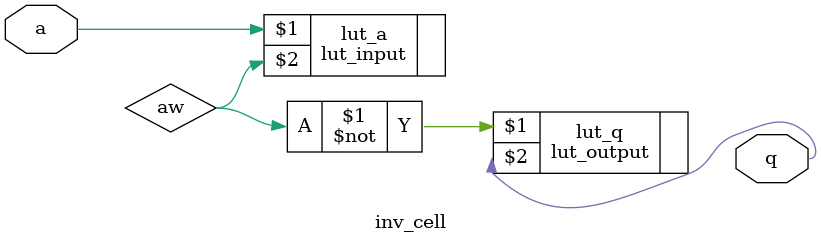
<source format=v>
module inv_cell(input wire a,
                 output wire q);
    
    wire aw;
    lut_input lut_a(a,aw);
    lut_output lut_q(~aw,q);
    
endmodule
</source>
